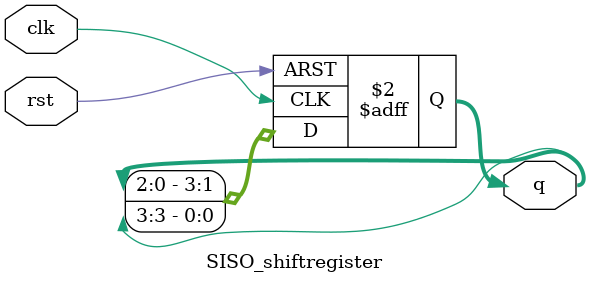
<source format=v>
module SISO_shiftregister(clk, rst, q);
    input clk;
    input rst;
    output [3:0] q;
    reg [3:0] q;

    always @(posedge clk or posedge rst)
    begin
        if (rst) begin
            q <= 4'b0000;      
        end
        else begin
            q[0] <= q[3];      
            q[1] <= q[0];
            q[2] <= q[1];
            q[3] <= q[2];
        end
    end
endmodule
</source>
